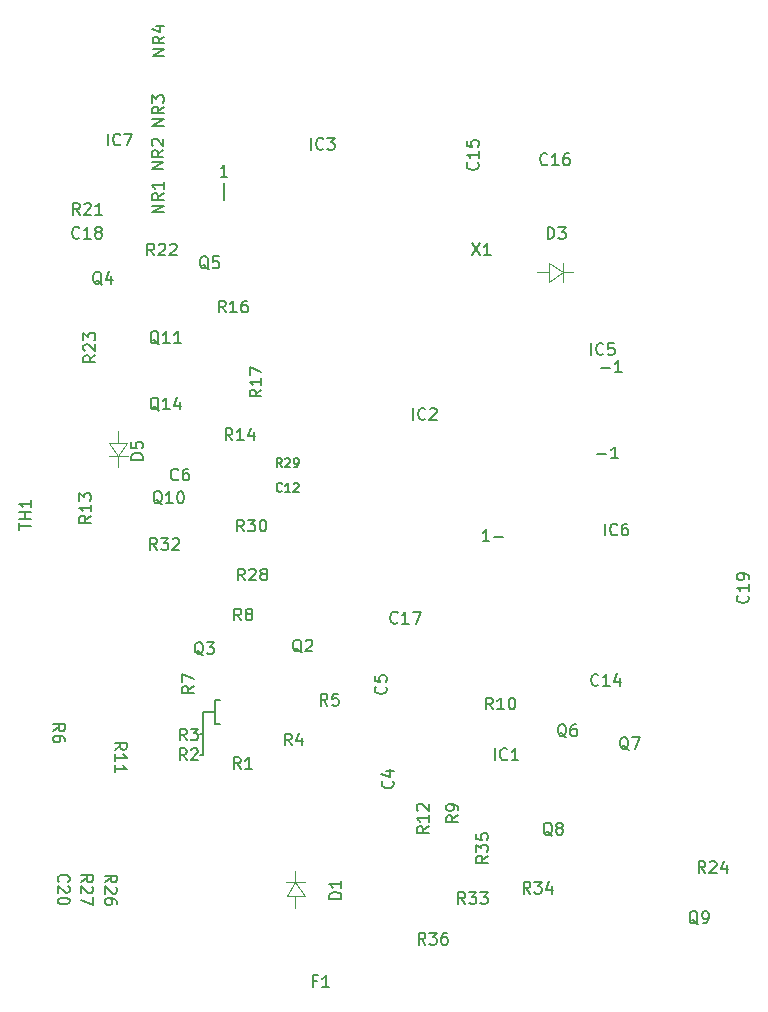
<source format=gbr>
%TF.GenerationSoftware,KiCad,Pcbnew,(6.0.2)*%
%TF.CreationDate,2022-09-25T18:27:00-05:00*%
%TF.ProjectId,IF-GBP-02,49462d47-4250-42d3-9032-2e6b69636164,rev?*%
%TF.SameCoordinates,Original*%
%TF.FileFunction,Legend,Top*%
%TF.FilePolarity,Positive*%
%FSLAX46Y46*%
G04 Gerber Fmt 4.6, Leading zero omitted, Abs format (unit mm)*
G04 Created by KiCad (PCBNEW (6.0.2)) date 2022-09-25 18:27:00*
%MOMM*%
%LPD*%
G01*
G04 APERTURE LIST*
%ADD10C,0.150000*%
%ADD11C,0.100000*%
G04 APERTURE END LIST*
D10*
X136868000Y-120514000D02*
X137872000Y-120514000D01*
X136556000Y-124157000D02*
X136864000Y-124157000D01*
X137884000Y-119493000D02*
X138230000Y-119493000D01*
X138230000Y-121511000D02*
X137884000Y-121511000D01*
X136561000Y-122347000D02*
X136869000Y-122347000D01*
X137884000Y-121511000D02*
X137884000Y-119493000D01*
X136864000Y-124157000D02*
X136868000Y-120514000D01*
X161069666Y-106046380D02*
X160498238Y-106046380D01*
X160783952Y-106046380D02*
X160783952Y-105046380D01*
X160688714Y-105189238D01*
X160593476Y-105284476D01*
X160498238Y-105332095D01*
X161498238Y-105665428D02*
X162260142Y-105665428D01*
X170510857Y-91347428D02*
X171272761Y-91347428D01*
X172272761Y-91728380D02*
X171701333Y-91728380D01*
X171987047Y-91728380D02*
X171987047Y-90728380D01*
X171891809Y-90871238D01*
X171796571Y-90966476D01*
X171701333Y-91014095D01*
X138893714Y-75170380D02*
X138322285Y-75170380D01*
X138608000Y-75170380D02*
X138608000Y-74170380D01*
X138512761Y-74313238D01*
X138417523Y-74408476D01*
X138322285Y-74456095D01*
X138608000Y-77113714D02*
X138608000Y-75685142D01*
X170207857Y-98652428D02*
X170969761Y-98652428D01*
X171969761Y-99033380D02*
X171398333Y-99033380D01*
X171684047Y-99033380D02*
X171684047Y-98033380D01*
X171588809Y-98176238D01*
X171493571Y-98271476D01*
X171398333Y-98319095D01*
%TO.C,NR3*%
X133513380Y-70872904D02*
X132513380Y-70872904D01*
X133513380Y-70301476D01*
X132513380Y-70301476D01*
X133513380Y-69253857D02*
X133037190Y-69587190D01*
X133513380Y-69825285D02*
X132513380Y-69825285D01*
X132513380Y-69444333D01*
X132561000Y-69349095D01*
X132608619Y-69301476D01*
X132703857Y-69253857D01*
X132846714Y-69253857D01*
X132941952Y-69301476D01*
X132989571Y-69349095D01*
X133037190Y-69444333D01*
X133037190Y-69825285D01*
X132513380Y-68920523D02*
X132513380Y-68301476D01*
X132894333Y-68634809D01*
X132894333Y-68491952D01*
X132941952Y-68396714D01*
X132989571Y-68349095D01*
X133084809Y-68301476D01*
X133322904Y-68301476D01*
X133418142Y-68349095D01*
X133465761Y-68396714D01*
X133513380Y-68491952D01*
X133513380Y-68777666D01*
X133465761Y-68872904D01*
X133418142Y-68920523D01*
%TO.C,R8*%
X140066333Y-112753380D02*
X139733000Y-112277190D01*
X139494904Y-112753380D02*
X139494904Y-111753380D01*
X139875857Y-111753380D01*
X139971095Y-111801000D01*
X140018714Y-111848619D01*
X140066333Y-111943857D01*
X140066333Y-112086714D01*
X140018714Y-112181952D01*
X139971095Y-112229571D01*
X139875857Y-112277190D01*
X139494904Y-112277190D01*
X140637761Y-112181952D02*
X140542523Y-112134333D01*
X140494904Y-112086714D01*
X140447285Y-111991476D01*
X140447285Y-111943857D01*
X140494904Y-111848619D01*
X140542523Y-111801000D01*
X140637761Y-111753380D01*
X140828238Y-111753380D01*
X140923476Y-111801000D01*
X140971095Y-111848619D01*
X141018714Y-111943857D01*
X141018714Y-111991476D01*
X140971095Y-112086714D01*
X140923476Y-112134333D01*
X140828238Y-112181952D01*
X140637761Y-112181952D01*
X140542523Y-112229571D01*
X140494904Y-112277190D01*
X140447285Y-112372428D01*
X140447285Y-112562904D01*
X140494904Y-112658142D01*
X140542523Y-112705761D01*
X140637761Y-112753380D01*
X140828238Y-112753380D01*
X140923476Y-112705761D01*
X140971095Y-112658142D01*
X141018714Y-112562904D01*
X141018714Y-112372428D01*
X140971095Y-112277190D01*
X140923476Y-112229571D01*
X140828238Y-112181952D01*
%TO.C,X1*%
X159606476Y-80834380D02*
X160273142Y-81834380D01*
X160273142Y-80834380D02*
X159606476Y-81834380D01*
X161177904Y-81834380D02*
X160606476Y-81834380D01*
X160892190Y-81834380D02*
X160892190Y-80834380D01*
X160796952Y-80977238D01*
X160701714Y-81072476D01*
X160606476Y-81120095D01*
%TO.C,R14*%
X139314142Y-97498380D02*
X138980809Y-97022190D01*
X138742714Y-97498380D02*
X138742714Y-96498380D01*
X139123666Y-96498380D01*
X139218904Y-96546000D01*
X139266523Y-96593619D01*
X139314142Y-96688857D01*
X139314142Y-96831714D01*
X139266523Y-96926952D01*
X139218904Y-96974571D01*
X139123666Y-97022190D01*
X138742714Y-97022190D01*
X140266523Y-97498380D02*
X139695095Y-97498380D01*
X139980809Y-97498380D02*
X139980809Y-96498380D01*
X139885571Y-96641238D01*
X139790333Y-96736476D01*
X139695095Y-96784095D01*
X141123666Y-96831714D02*
X141123666Y-97498380D01*
X140885571Y-96450761D02*
X140647476Y-97165047D01*
X141266523Y-97165047D01*
%TO.C,C16*%
X165986142Y-74101142D02*
X165938523Y-74148761D01*
X165795666Y-74196380D01*
X165700428Y-74196380D01*
X165557571Y-74148761D01*
X165462333Y-74053523D01*
X165414714Y-73958285D01*
X165367095Y-73767809D01*
X165367095Y-73624952D01*
X165414714Y-73434476D01*
X165462333Y-73339238D01*
X165557571Y-73244000D01*
X165700428Y-73196380D01*
X165795666Y-73196380D01*
X165938523Y-73244000D01*
X165986142Y-73291619D01*
X166938523Y-74196380D02*
X166367095Y-74196380D01*
X166652809Y-74196380D02*
X166652809Y-73196380D01*
X166557571Y-73339238D01*
X166462333Y-73434476D01*
X166367095Y-73482095D01*
X167795666Y-73196380D02*
X167605190Y-73196380D01*
X167509952Y-73244000D01*
X167462333Y-73291619D01*
X167367095Y-73434476D01*
X167319476Y-73624952D01*
X167319476Y-74005904D01*
X167367095Y-74101142D01*
X167414714Y-74148761D01*
X167509952Y-74196380D01*
X167700428Y-74196380D01*
X167795666Y-74148761D01*
X167843285Y-74101142D01*
X167890904Y-74005904D01*
X167890904Y-73767809D01*
X167843285Y-73672571D01*
X167795666Y-73624952D01*
X167700428Y-73577333D01*
X167509952Y-73577333D01*
X167414714Y-73624952D01*
X167367095Y-73672571D01*
X167319476Y-73767809D01*
%TO.C,R17*%
X141778380Y-93217857D02*
X141302190Y-93551190D01*
X141778380Y-93789285D02*
X140778380Y-93789285D01*
X140778380Y-93408333D01*
X140826000Y-93313095D01*
X140873619Y-93265476D01*
X140968857Y-93217857D01*
X141111714Y-93217857D01*
X141206952Y-93265476D01*
X141254571Y-93313095D01*
X141302190Y-93408333D01*
X141302190Y-93789285D01*
X141778380Y-92265476D02*
X141778380Y-92836904D01*
X141778380Y-92551190D02*
X140778380Y-92551190D01*
X140921238Y-92646428D01*
X141016476Y-92741666D01*
X141064095Y-92836904D01*
X140778380Y-91932142D02*
X140778380Y-91265476D01*
X141778380Y-91694047D01*
%TO.C,NR1*%
X133495380Y-78204904D02*
X132495380Y-78204904D01*
X133495380Y-77633476D01*
X132495380Y-77633476D01*
X133495380Y-76585857D02*
X133019190Y-76919190D01*
X133495380Y-77157285D02*
X132495380Y-77157285D01*
X132495380Y-76776333D01*
X132543000Y-76681095D01*
X132590619Y-76633476D01*
X132685857Y-76585857D01*
X132828714Y-76585857D01*
X132923952Y-76633476D01*
X132971571Y-76681095D01*
X133019190Y-76776333D01*
X133019190Y-77157285D01*
X133495380Y-75633476D02*
X133495380Y-76204904D01*
X133495380Y-75919190D02*
X132495380Y-75919190D01*
X132638238Y-76014428D01*
X132733476Y-76109666D01*
X132781095Y-76204904D01*
%TO.C,R24*%
X179359142Y-134143380D02*
X179025809Y-133667190D01*
X178787714Y-134143380D02*
X178787714Y-133143380D01*
X179168666Y-133143380D01*
X179263904Y-133191000D01*
X179311523Y-133238619D01*
X179359142Y-133333857D01*
X179359142Y-133476714D01*
X179311523Y-133571952D01*
X179263904Y-133619571D01*
X179168666Y-133667190D01*
X178787714Y-133667190D01*
X179740095Y-133238619D02*
X179787714Y-133191000D01*
X179882952Y-133143380D01*
X180121047Y-133143380D01*
X180216285Y-133191000D01*
X180263904Y-133238619D01*
X180311523Y-133333857D01*
X180311523Y-133429095D01*
X180263904Y-133571952D01*
X179692476Y-134143380D01*
X180311523Y-134143380D01*
X181168666Y-133476714D02*
X181168666Y-134143380D01*
X180930571Y-133095761D02*
X180692476Y-133810047D01*
X181311523Y-133810047D01*
%TO.C,C5*%
X152286142Y-118346666D02*
X152333761Y-118394285D01*
X152381380Y-118537142D01*
X152381380Y-118632380D01*
X152333761Y-118775238D01*
X152238523Y-118870476D01*
X152143285Y-118918095D01*
X151952809Y-118965714D01*
X151809952Y-118965714D01*
X151619476Y-118918095D01*
X151524238Y-118870476D01*
X151429000Y-118775238D01*
X151381380Y-118632380D01*
X151381380Y-118537142D01*
X151429000Y-118394285D01*
X151476619Y-118346666D01*
X151381380Y-117441904D02*
X151381380Y-117918095D01*
X151857571Y-117965714D01*
X151809952Y-117918095D01*
X151762333Y-117822857D01*
X151762333Y-117584761D01*
X151809952Y-117489523D01*
X151857571Y-117441904D01*
X151952809Y-117394285D01*
X152190904Y-117394285D01*
X152286142Y-117441904D01*
X152333761Y-117489523D01*
X152381380Y-117584761D01*
X152381380Y-117822857D01*
X152333761Y-117918095D01*
X152286142Y-117965714D01*
%TO.C,R10*%
X161374142Y-120290380D02*
X161040809Y-119814190D01*
X160802714Y-120290380D02*
X160802714Y-119290380D01*
X161183666Y-119290380D01*
X161278904Y-119338000D01*
X161326523Y-119385619D01*
X161374142Y-119480857D01*
X161374142Y-119623714D01*
X161326523Y-119718952D01*
X161278904Y-119766571D01*
X161183666Y-119814190D01*
X160802714Y-119814190D01*
X162326523Y-120290380D02*
X161755095Y-120290380D01*
X162040809Y-120290380D02*
X162040809Y-119290380D01*
X161945571Y-119433238D01*
X161850333Y-119528476D01*
X161755095Y-119576095D01*
X162945571Y-119290380D02*
X163040809Y-119290380D01*
X163136047Y-119338000D01*
X163183666Y-119385619D01*
X163231285Y-119480857D01*
X163278904Y-119671333D01*
X163278904Y-119909428D01*
X163231285Y-120099904D01*
X163183666Y-120195142D01*
X163136047Y-120242761D01*
X163040809Y-120290380D01*
X162945571Y-120290380D01*
X162850333Y-120242761D01*
X162802714Y-120195142D01*
X162755095Y-120099904D01*
X162707476Y-119909428D01*
X162707476Y-119671333D01*
X162755095Y-119480857D01*
X162802714Y-119385619D01*
X162850333Y-119338000D01*
X162945571Y-119290380D01*
%TO.C,IC5*%
X169675809Y-90277380D02*
X169675809Y-89277380D01*
X170723428Y-90182142D02*
X170675809Y-90229761D01*
X170532952Y-90277380D01*
X170437714Y-90277380D01*
X170294857Y-90229761D01*
X170199619Y-90134523D01*
X170152000Y-90039285D01*
X170104380Y-89848809D01*
X170104380Y-89705952D01*
X170152000Y-89515476D01*
X170199619Y-89420238D01*
X170294857Y-89325000D01*
X170437714Y-89277380D01*
X170532952Y-89277380D01*
X170675809Y-89325000D01*
X170723428Y-89372619D01*
X171628190Y-89277380D02*
X171152000Y-89277380D01*
X171104380Y-89753571D01*
X171152000Y-89705952D01*
X171247238Y-89658333D01*
X171485333Y-89658333D01*
X171580571Y-89705952D01*
X171628190Y-89753571D01*
X171675809Y-89848809D01*
X171675809Y-90086904D01*
X171628190Y-90182142D01*
X171580571Y-90229761D01*
X171485333Y-90277380D01*
X171247238Y-90277380D01*
X171152000Y-90229761D01*
X171104380Y-90182142D01*
%TO.C,R13*%
X127352380Y-103900857D02*
X126876190Y-104234190D01*
X127352380Y-104472285D02*
X126352380Y-104472285D01*
X126352380Y-104091333D01*
X126400000Y-103996095D01*
X126447619Y-103948476D01*
X126542857Y-103900857D01*
X126685714Y-103900857D01*
X126780952Y-103948476D01*
X126828571Y-103996095D01*
X126876190Y-104091333D01*
X126876190Y-104472285D01*
X127352380Y-102948476D02*
X127352380Y-103519904D01*
X127352380Y-103234190D02*
X126352380Y-103234190D01*
X126495238Y-103329428D01*
X126590476Y-103424666D01*
X126638095Y-103519904D01*
X126352380Y-102615142D02*
X126352380Y-101996095D01*
X126733333Y-102329428D01*
X126733333Y-102186571D01*
X126780952Y-102091333D01*
X126828571Y-102043714D01*
X126923809Y-101996095D01*
X127161904Y-101996095D01*
X127257142Y-102043714D01*
X127304761Y-102091333D01*
X127352380Y-102186571D01*
X127352380Y-102472285D01*
X127304761Y-102567523D01*
X127257142Y-102615142D01*
%TO.C,R9*%
X158431380Y-129262666D02*
X157955190Y-129596000D01*
X158431380Y-129834095D02*
X157431380Y-129834095D01*
X157431380Y-129453142D01*
X157479000Y-129357904D01*
X157526619Y-129310285D01*
X157621857Y-129262666D01*
X157764714Y-129262666D01*
X157859952Y-129310285D01*
X157907571Y-129357904D01*
X157955190Y-129453142D01*
X157955190Y-129834095D01*
X158431380Y-128786476D02*
X158431380Y-128596000D01*
X158383761Y-128500761D01*
X158336142Y-128453142D01*
X158193285Y-128357904D01*
X158002809Y-128310285D01*
X157621857Y-128310285D01*
X157526619Y-128357904D01*
X157479000Y-128405523D01*
X157431380Y-128500761D01*
X157431380Y-128691238D01*
X157479000Y-128786476D01*
X157526619Y-128834095D01*
X157621857Y-128881714D01*
X157859952Y-128881714D01*
X157955190Y-128834095D01*
X158002809Y-128786476D01*
X158050428Y-128691238D01*
X158050428Y-128500761D01*
X158002809Y-128405523D01*
X157955190Y-128357904D01*
X157859952Y-128310285D01*
%TO.C,C19*%
X182939142Y-110643857D02*
X182986761Y-110691476D01*
X183034380Y-110834333D01*
X183034380Y-110929571D01*
X182986761Y-111072428D01*
X182891523Y-111167666D01*
X182796285Y-111215285D01*
X182605809Y-111262904D01*
X182462952Y-111262904D01*
X182272476Y-111215285D01*
X182177238Y-111167666D01*
X182082000Y-111072428D01*
X182034380Y-110929571D01*
X182034380Y-110834333D01*
X182082000Y-110691476D01*
X182129619Y-110643857D01*
X183034380Y-109691476D02*
X183034380Y-110262904D01*
X183034380Y-109977190D02*
X182034380Y-109977190D01*
X182177238Y-110072428D01*
X182272476Y-110167666D01*
X182320095Y-110262904D01*
X183034380Y-109215285D02*
X183034380Y-109024809D01*
X182986761Y-108929571D01*
X182939142Y-108881952D01*
X182796285Y-108786714D01*
X182605809Y-108739095D01*
X182224857Y-108739095D01*
X182129619Y-108786714D01*
X182082000Y-108834333D01*
X182034380Y-108929571D01*
X182034380Y-109120047D01*
X182082000Y-109215285D01*
X182129619Y-109262904D01*
X182224857Y-109310523D01*
X182462952Y-109310523D01*
X182558190Y-109262904D01*
X182605809Y-109215285D01*
X182653428Y-109120047D01*
X182653428Y-108929571D01*
X182605809Y-108834333D01*
X182558190Y-108786714D01*
X182462952Y-108739095D01*
%TO.C,R3*%
X135453333Y-122916380D02*
X135120000Y-122440190D01*
X134881904Y-122916380D02*
X134881904Y-121916380D01*
X135262857Y-121916380D01*
X135358095Y-121964000D01*
X135405714Y-122011619D01*
X135453333Y-122106857D01*
X135453333Y-122249714D01*
X135405714Y-122344952D01*
X135358095Y-122392571D01*
X135262857Y-122440190D01*
X134881904Y-122440190D01*
X135786666Y-121916380D02*
X136405714Y-121916380D01*
X136072380Y-122297333D01*
X136215238Y-122297333D01*
X136310476Y-122344952D01*
X136358095Y-122392571D01*
X136405714Y-122487809D01*
X136405714Y-122725904D01*
X136358095Y-122821142D01*
X136310476Y-122868761D01*
X136215238Y-122916380D01*
X135929523Y-122916380D01*
X135834285Y-122868761D01*
X135786666Y-122821142D01*
%TO.C,R6*%
X124145619Y-122133333D02*
X124621809Y-121800000D01*
X124145619Y-121561904D02*
X125145619Y-121561904D01*
X125145619Y-121942857D01*
X125098000Y-122038095D01*
X125050380Y-122085714D01*
X124955142Y-122133333D01*
X124812285Y-122133333D01*
X124717047Y-122085714D01*
X124669428Y-122038095D01*
X124621809Y-121942857D01*
X124621809Y-121561904D01*
X125145619Y-122990476D02*
X125145619Y-122800000D01*
X125098000Y-122704761D01*
X125050380Y-122657142D01*
X124907523Y-122561904D01*
X124717047Y-122514285D01*
X124336095Y-122514285D01*
X124240857Y-122561904D01*
X124193238Y-122609523D01*
X124145619Y-122704761D01*
X124145619Y-122895238D01*
X124193238Y-122990476D01*
X124240857Y-123038095D01*
X124336095Y-123085714D01*
X124574190Y-123085714D01*
X124669428Y-123038095D01*
X124717047Y-122990476D01*
X124764666Y-122895238D01*
X124764666Y-122704761D01*
X124717047Y-122609523D01*
X124669428Y-122561904D01*
X124574190Y-122514285D01*
%TO.C,D3*%
X166014904Y-80448380D02*
X166014904Y-79448380D01*
X166253000Y-79448380D01*
X166395857Y-79496000D01*
X166491095Y-79591238D01*
X166538714Y-79686476D01*
X166586333Y-79876952D01*
X166586333Y-80019809D01*
X166538714Y-80210285D01*
X166491095Y-80305523D01*
X166395857Y-80400761D01*
X166253000Y-80448380D01*
X166014904Y-80448380D01*
X166919666Y-79448380D02*
X167538714Y-79448380D01*
X167205380Y-79829333D01*
X167348238Y-79829333D01*
X167443476Y-79876952D01*
X167491095Y-79924571D01*
X167538714Y-80019809D01*
X167538714Y-80257904D01*
X167491095Y-80353142D01*
X167443476Y-80400761D01*
X167348238Y-80448380D01*
X167062523Y-80448380D01*
X166967285Y-80400761D01*
X166919666Y-80353142D01*
%TO.C,R5*%
X147370333Y-119964380D02*
X147037000Y-119488190D01*
X146798904Y-119964380D02*
X146798904Y-118964380D01*
X147179857Y-118964380D01*
X147275095Y-119012000D01*
X147322714Y-119059619D01*
X147370333Y-119154857D01*
X147370333Y-119297714D01*
X147322714Y-119392952D01*
X147275095Y-119440571D01*
X147179857Y-119488190D01*
X146798904Y-119488190D01*
X148275095Y-118964380D02*
X147798904Y-118964380D01*
X147751285Y-119440571D01*
X147798904Y-119392952D01*
X147894142Y-119345333D01*
X148132238Y-119345333D01*
X148227476Y-119392952D01*
X148275095Y-119440571D01*
X148322714Y-119535809D01*
X148322714Y-119773904D01*
X148275095Y-119869142D01*
X148227476Y-119916761D01*
X148132238Y-119964380D01*
X147894142Y-119964380D01*
X147798904Y-119916761D01*
X147751285Y-119869142D01*
%TO.C,IC1*%
X161540809Y-124579380D02*
X161540809Y-123579380D01*
X162588428Y-124484142D02*
X162540809Y-124531761D01*
X162397952Y-124579380D01*
X162302714Y-124579380D01*
X162159857Y-124531761D01*
X162064619Y-124436523D01*
X162017000Y-124341285D01*
X161969380Y-124150809D01*
X161969380Y-124007952D01*
X162017000Y-123817476D01*
X162064619Y-123722238D01*
X162159857Y-123627000D01*
X162302714Y-123579380D01*
X162397952Y-123579380D01*
X162540809Y-123627000D01*
X162588428Y-123674619D01*
X163540809Y-124579380D02*
X162969380Y-124579380D01*
X163255095Y-124579380D02*
X163255095Y-123579380D01*
X163159857Y-123722238D01*
X163064619Y-123817476D01*
X162969380Y-123865095D01*
%TO.C,C14*%
X170304142Y-118192142D02*
X170256523Y-118239761D01*
X170113666Y-118287380D01*
X170018428Y-118287380D01*
X169875571Y-118239761D01*
X169780333Y-118144523D01*
X169732714Y-118049285D01*
X169685095Y-117858809D01*
X169685095Y-117715952D01*
X169732714Y-117525476D01*
X169780333Y-117430238D01*
X169875571Y-117335000D01*
X170018428Y-117287380D01*
X170113666Y-117287380D01*
X170256523Y-117335000D01*
X170304142Y-117382619D01*
X171256523Y-118287380D02*
X170685095Y-118287380D01*
X170970809Y-118287380D02*
X170970809Y-117287380D01*
X170875571Y-117430238D01*
X170780333Y-117525476D01*
X170685095Y-117573095D01*
X172113666Y-117620714D02*
X172113666Y-118287380D01*
X171875571Y-117239761D02*
X171637476Y-117954047D01*
X172256523Y-117954047D01*
%TO.C,R32*%
X132927142Y-106777380D02*
X132593809Y-106301190D01*
X132355714Y-106777380D02*
X132355714Y-105777380D01*
X132736666Y-105777380D01*
X132831904Y-105825000D01*
X132879523Y-105872619D01*
X132927142Y-105967857D01*
X132927142Y-106110714D01*
X132879523Y-106205952D01*
X132831904Y-106253571D01*
X132736666Y-106301190D01*
X132355714Y-106301190D01*
X133260476Y-105777380D02*
X133879523Y-105777380D01*
X133546190Y-106158333D01*
X133689047Y-106158333D01*
X133784285Y-106205952D01*
X133831904Y-106253571D01*
X133879523Y-106348809D01*
X133879523Y-106586904D01*
X133831904Y-106682142D01*
X133784285Y-106729761D01*
X133689047Y-106777380D01*
X133403333Y-106777380D01*
X133308095Y-106729761D01*
X133260476Y-106682142D01*
X134260476Y-105872619D02*
X134308095Y-105825000D01*
X134403333Y-105777380D01*
X134641428Y-105777380D01*
X134736666Y-105825000D01*
X134784285Y-105872619D01*
X134831904Y-105967857D01*
X134831904Y-106063095D01*
X134784285Y-106205952D01*
X134212857Y-106777380D01*
X134831904Y-106777380D01*
%TO.C,Q3*%
X136860761Y-115688619D02*
X136765523Y-115641000D01*
X136670285Y-115545761D01*
X136527428Y-115402904D01*
X136432190Y-115355285D01*
X136336952Y-115355285D01*
X136384571Y-115593380D02*
X136289333Y-115545761D01*
X136194095Y-115450523D01*
X136146476Y-115260047D01*
X136146476Y-114926714D01*
X136194095Y-114736238D01*
X136289333Y-114641000D01*
X136384571Y-114593380D01*
X136575047Y-114593380D01*
X136670285Y-114641000D01*
X136765523Y-114736238D01*
X136813142Y-114926714D01*
X136813142Y-115260047D01*
X136765523Y-115450523D01*
X136670285Y-115545761D01*
X136575047Y-115593380D01*
X136384571Y-115593380D01*
X137146476Y-114593380D02*
X137765523Y-114593380D01*
X137432190Y-114974333D01*
X137575047Y-114974333D01*
X137670285Y-115021952D01*
X137717904Y-115069571D01*
X137765523Y-115164809D01*
X137765523Y-115402904D01*
X137717904Y-115498142D01*
X137670285Y-115545761D01*
X137575047Y-115593380D01*
X137289333Y-115593380D01*
X137194095Y-115545761D01*
X137146476Y-115498142D01*
%TO.C,C17*%
X153305142Y-112922142D02*
X153257523Y-112969761D01*
X153114666Y-113017380D01*
X153019428Y-113017380D01*
X152876571Y-112969761D01*
X152781333Y-112874523D01*
X152733714Y-112779285D01*
X152686095Y-112588809D01*
X152686095Y-112445952D01*
X152733714Y-112255476D01*
X152781333Y-112160238D01*
X152876571Y-112065000D01*
X153019428Y-112017380D01*
X153114666Y-112017380D01*
X153257523Y-112065000D01*
X153305142Y-112112619D01*
X154257523Y-113017380D02*
X153686095Y-113017380D01*
X153971809Y-113017380D02*
X153971809Y-112017380D01*
X153876571Y-112160238D01*
X153781333Y-112255476D01*
X153686095Y-112303095D01*
X154590857Y-112017380D02*
X155257523Y-112017380D01*
X154828952Y-113017380D01*
%TO.C,R30*%
X140299142Y-105216380D02*
X139965809Y-104740190D01*
X139727714Y-105216380D02*
X139727714Y-104216380D01*
X140108666Y-104216380D01*
X140203904Y-104264000D01*
X140251523Y-104311619D01*
X140299142Y-104406857D01*
X140299142Y-104549714D01*
X140251523Y-104644952D01*
X140203904Y-104692571D01*
X140108666Y-104740190D01*
X139727714Y-104740190D01*
X140632476Y-104216380D02*
X141251523Y-104216380D01*
X140918190Y-104597333D01*
X141061047Y-104597333D01*
X141156285Y-104644952D01*
X141203904Y-104692571D01*
X141251523Y-104787809D01*
X141251523Y-105025904D01*
X141203904Y-105121142D01*
X141156285Y-105168761D01*
X141061047Y-105216380D01*
X140775333Y-105216380D01*
X140680095Y-105168761D01*
X140632476Y-105121142D01*
X141870571Y-104216380D02*
X141965809Y-104216380D01*
X142061047Y-104264000D01*
X142108666Y-104311619D01*
X142156285Y-104406857D01*
X142203904Y-104597333D01*
X142203904Y-104835428D01*
X142156285Y-105025904D01*
X142108666Y-105121142D01*
X142061047Y-105168761D01*
X141965809Y-105216380D01*
X141870571Y-105216380D01*
X141775333Y-105168761D01*
X141727714Y-105121142D01*
X141680095Y-105025904D01*
X141632476Y-104835428D01*
X141632476Y-104597333D01*
X141680095Y-104406857D01*
X141727714Y-104311619D01*
X141775333Y-104264000D01*
X141870571Y-104216380D01*
%TO.C,R34*%
X164550142Y-135876380D02*
X164216809Y-135400190D01*
X163978714Y-135876380D02*
X163978714Y-134876380D01*
X164359666Y-134876380D01*
X164454904Y-134924000D01*
X164502523Y-134971619D01*
X164550142Y-135066857D01*
X164550142Y-135209714D01*
X164502523Y-135304952D01*
X164454904Y-135352571D01*
X164359666Y-135400190D01*
X163978714Y-135400190D01*
X164883476Y-134876380D02*
X165502523Y-134876380D01*
X165169190Y-135257333D01*
X165312047Y-135257333D01*
X165407285Y-135304952D01*
X165454904Y-135352571D01*
X165502523Y-135447809D01*
X165502523Y-135685904D01*
X165454904Y-135781142D01*
X165407285Y-135828761D01*
X165312047Y-135876380D01*
X165026333Y-135876380D01*
X164931095Y-135828761D01*
X164883476Y-135781142D01*
X166359666Y-135209714D02*
X166359666Y-135876380D01*
X166121571Y-134828761D02*
X165883476Y-135543047D01*
X166502523Y-135543047D01*
%TO.C,R26*%
X128538619Y-134931142D02*
X129014809Y-134597809D01*
X128538619Y-134359714D02*
X129538619Y-134359714D01*
X129538619Y-134740666D01*
X129491000Y-134835904D01*
X129443380Y-134883523D01*
X129348142Y-134931142D01*
X129205285Y-134931142D01*
X129110047Y-134883523D01*
X129062428Y-134835904D01*
X129014809Y-134740666D01*
X129014809Y-134359714D01*
X129443380Y-135312095D02*
X129491000Y-135359714D01*
X129538619Y-135454952D01*
X129538619Y-135693047D01*
X129491000Y-135788285D01*
X129443380Y-135835904D01*
X129348142Y-135883523D01*
X129252904Y-135883523D01*
X129110047Y-135835904D01*
X128538619Y-135264476D01*
X128538619Y-135883523D01*
X129538619Y-136740666D02*
X129538619Y-136550190D01*
X129491000Y-136454952D01*
X129443380Y-136407333D01*
X129300523Y-136312095D01*
X129110047Y-136264476D01*
X128729095Y-136264476D01*
X128633857Y-136312095D01*
X128586238Y-136359714D01*
X128538619Y-136454952D01*
X128538619Y-136645428D01*
X128586238Y-136740666D01*
X128633857Y-136788285D01*
X128729095Y-136835904D01*
X128967190Y-136835904D01*
X129062428Y-136788285D01*
X129110047Y-136740666D01*
X129157666Y-136645428D01*
X129157666Y-136454952D01*
X129110047Y-136359714D01*
X129062428Y-136312095D01*
X128967190Y-136264476D01*
%TO.C,IC3*%
X145969809Y-72897380D02*
X145969809Y-71897380D01*
X147017428Y-72802142D02*
X146969809Y-72849761D01*
X146826952Y-72897380D01*
X146731714Y-72897380D01*
X146588857Y-72849761D01*
X146493619Y-72754523D01*
X146446000Y-72659285D01*
X146398380Y-72468809D01*
X146398380Y-72325952D01*
X146446000Y-72135476D01*
X146493619Y-72040238D01*
X146588857Y-71945000D01*
X146731714Y-71897380D01*
X146826952Y-71897380D01*
X146969809Y-71945000D01*
X147017428Y-71992619D01*
X147350761Y-71897380D02*
X147969809Y-71897380D01*
X147636476Y-72278333D01*
X147779333Y-72278333D01*
X147874571Y-72325952D01*
X147922190Y-72373571D01*
X147969809Y-72468809D01*
X147969809Y-72706904D01*
X147922190Y-72802142D01*
X147874571Y-72849761D01*
X147779333Y-72897380D01*
X147493619Y-72897380D01*
X147398380Y-72849761D01*
X147350761Y-72802142D01*
%TO.C,Q6*%
X167606761Y-122637619D02*
X167511523Y-122590000D01*
X167416285Y-122494761D01*
X167273428Y-122351904D01*
X167178190Y-122304285D01*
X167082952Y-122304285D01*
X167130571Y-122542380D02*
X167035333Y-122494761D01*
X166940095Y-122399523D01*
X166892476Y-122209047D01*
X166892476Y-121875714D01*
X166940095Y-121685238D01*
X167035333Y-121590000D01*
X167130571Y-121542380D01*
X167321047Y-121542380D01*
X167416285Y-121590000D01*
X167511523Y-121685238D01*
X167559142Y-121875714D01*
X167559142Y-122209047D01*
X167511523Y-122399523D01*
X167416285Y-122494761D01*
X167321047Y-122542380D01*
X167130571Y-122542380D01*
X168416285Y-121542380D02*
X168225809Y-121542380D01*
X168130571Y-121590000D01*
X168082952Y-121637619D01*
X167987714Y-121780476D01*
X167940095Y-121970952D01*
X167940095Y-122351904D01*
X167987714Y-122447142D01*
X168035333Y-122494761D01*
X168130571Y-122542380D01*
X168321047Y-122542380D01*
X168416285Y-122494761D01*
X168463904Y-122447142D01*
X168511523Y-122351904D01*
X168511523Y-122113809D01*
X168463904Y-122018571D01*
X168416285Y-121970952D01*
X168321047Y-121923333D01*
X168130571Y-121923333D01*
X168035333Y-121970952D01*
X167987714Y-122018571D01*
X167940095Y-122113809D01*
%TO.C,C12*%
X143519857Y-101792857D02*
X143484142Y-101828571D01*
X143377000Y-101864285D01*
X143305571Y-101864285D01*
X143198428Y-101828571D01*
X143127000Y-101757142D01*
X143091285Y-101685714D01*
X143055571Y-101542857D01*
X143055571Y-101435714D01*
X143091285Y-101292857D01*
X143127000Y-101221428D01*
X143198428Y-101150000D01*
X143305571Y-101114285D01*
X143377000Y-101114285D01*
X143484142Y-101150000D01*
X143519857Y-101185714D01*
X144234142Y-101864285D02*
X143805571Y-101864285D01*
X144019857Y-101864285D02*
X144019857Y-101114285D01*
X143948428Y-101221428D01*
X143877000Y-101292857D01*
X143805571Y-101328571D01*
X144519857Y-101185714D02*
X144555571Y-101150000D01*
X144627000Y-101114285D01*
X144805571Y-101114285D01*
X144877000Y-101150000D01*
X144912714Y-101185714D01*
X144948428Y-101257142D01*
X144948428Y-101328571D01*
X144912714Y-101435714D01*
X144484142Y-101864285D01*
X144948428Y-101864285D01*
%TO.C,R7*%
X136032380Y-118307666D02*
X135556190Y-118641000D01*
X136032380Y-118879095D02*
X135032380Y-118879095D01*
X135032380Y-118498142D01*
X135080000Y-118402904D01*
X135127619Y-118355285D01*
X135222857Y-118307666D01*
X135365714Y-118307666D01*
X135460952Y-118355285D01*
X135508571Y-118402904D01*
X135556190Y-118498142D01*
X135556190Y-118879095D01*
X135032380Y-117974333D02*
X135032380Y-117307666D01*
X136032380Y-117736238D01*
%TO.C,Q4*%
X128266761Y-84339619D02*
X128171523Y-84292000D01*
X128076285Y-84196761D01*
X127933428Y-84053904D01*
X127838190Y-84006285D01*
X127742952Y-84006285D01*
X127790571Y-84244380D02*
X127695333Y-84196761D01*
X127600095Y-84101523D01*
X127552476Y-83911047D01*
X127552476Y-83577714D01*
X127600095Y-83387238D01*
X127695333Y-83292000D01*
X127790571Y-83244380D01*
X127981047Y-83244380D01*
X128076285Y-83292000D01*
X128171523Y-83387238D01*
X128219142Y-83577714D01*
X128219142Y-83911047D01*
X128171523Y-84101523D01*
X128076285Y-84196761D01*
X127981047Y-84244380D01*
X127790571Y-84244380D01*
X129076285Y-83577714D02*
X129076285Y-84244380D01*
X128838190Y-83196761D02*
X128600095Y-83911047D01*
X129219142Y-83911047D01*
%TO.C,R36*%
X155669142Y-140200380D02*
X155335809Y-139724190D01*
X155097714Y-140200380D02*
X155097714Y-139200380D01*
X155478666Y-139200380D01*
X155573904Y-139248000D01*
X155621523Y-139295619D01*
X155669142Y-139390857D01*
X155669142Y-139533714D01*
X155621523Y-139628952D01*
X155573904Y-139676571D01*
X155478666Y-139724190D01*
X155097714Y-139724190D01*
X156002476Y-139200380D02*
X156621523Y-139200380D01*
X156288190Y-139581333D01*
X156431047Y-139581333D01*
X156526285Y-139628952D01*
X156573904Y-139676571D01*
X156621523Y-139771809D01*
X156621523Y-140009904D01*
X156573904Y-140105142D01*
X156526285Y-140152761D01*
X156431047Y-140200380D01*
X156145333Y-140200380D01*
X156050095Y-140152761D01*
X156002476Y-140105142D01*
X157478666Y-139200380D02*
X157288190Y-139200380D01*
X157192952Y-139248000D01*
X157145333Y-139295619D01*
X157050095Y-139438476D01*
X157002476Y-139628952D01*
X157002476Y-140009904D01*
X157050095Y-140105142D01*
X157097714Y-140152761D01*
X157192952Y-140200380D01*
X157383428Y-140200380D01*
X157478666Y-140152761D01*
X157526285Y-140105142D01*
X157573904Y-140009904D01*
X157573904Y-139771809D01*
X157526285Y-139676571D01*
X157478666Y-139628952D01*
X157383428Y-139581333D01*
X157192952Y-139581333D01*
X157097714Y-139628952D01*
X157050095Y-139676571D01*
X157002476Y-139771809D01*
%TO.C,Q9*%
X178743761Y-138482619D02*
X178648523Y-138435000D01*
X178553285Y-138339761D01*
X178410428Y-138196904D01*
X178315190Y-138149285D01*
X178219952Y-138149285D01*
X178267571Y-138387380D02*
X178172333Y-138339761D01*
X178077095Y-138244523D01*
X178029476Y-138054047D01*
X178029476Y-137720714D01*
X178077095Y-137530238D01*
X178172333Y-137435000D01*
X178267571Y-137387380D01*
X178458047Y-137387380D01*
X178553285Y-137435000D01*
X178648523Y-137530238D01*
X178696142Y-137720714D01*
X178696142Y-138054047D01*
X178648523Y-138244523D01*
X178553285Y-138339761D01*
X178458047Y-138387380D01*
X178267571Y-138387380D01*
X179172333Y-138387380D02*
X179362809Y-138387380D01*
X179458047Y-138339761D01*
X179505666Y-138292142D01*
X179600904Y-138149285D01*
X179648523Y-137958809D01*
X179648523Y-137577857D01*
X179600904Y-137482619D01*
X179553285Y-137435000D01*
X179458047Y-137387380D01*
X179267571Y-137387380D01*
X179172333Y-137435000D01*
X179124714Y-137482619D01*
X179077095Y-137577857D01*
X179077095Y-137815952D01*
X179124714Y-137911190D01*
X179172333Y-137958809D01*
X179267571Y-138006428D01*
X179458047Y-138006428D01*
X179553285Y-137958809D01*
X179600904Y-137911190D01*
X179648523Y-137815952D01*
%TO.C,Q14*%
X133103571Y-94985619D02*
X133008333Y-94938000D01*
X132913095Y-94842761D01*
X132770238Y-94699904D01*
X132675000Y-94652285D01*
X132579761Y-94652285D01*
X132627380Y-94890380D02*
X132532142Y-94842761D01*
X132436904Y-94747523D01*
X132389285Y-94557047D01*
X132389285Y-94223714D01*
X132436904Y-94033238D01*
X132532142Y-93938000D01*
X132627380Y-93890380D01*
X132817857Y-93890380D01*
X132913095Y-93938000D01*
X133008333Y-94033238D01*
X133055952Y-94223714D01*
X133055952Y-94557047D01*
X133008333Y-94747523D01*
X132913095Y-94842761D01*
X132817857Y-94890380D01*
X132627380Y-94890380D01*
X134008333Y-94890380D02*
X133436904Y-94890380D01*
X133722619Y-94890380D02*
X133722619Y-93890380D01*
X133627380Y-94033238D01*
X133532142Y-94128476D01*
X133436904Y-94176095D01*
X134865476Y-94223714D02*
X134865476Y-94890380D01*
X134627380Y-93842761D02*
X134389285Y-94557047D01*
X135008333Y-94557047D01*
%TO.C,C4*%
X152879142Y-126347666D02*
X152926761Y-126395285D01*
X152974380Y-126538142D01*
X152974380Y-126633380D01*
X152926761Y-126776238D01*
X152831523Y-126871476D01*
X152736285Y-126919095D01*
X152545809Y-126966714D01*
X152402952Y-126966714D01*
X152212476Y-126919095D01*
X152117238Y-126871476D01*
X152022000Y-126776238D01*
X151974380Y-126633380D01*
X151974380Y-126538142D01*
X152022000Y-126395285D01*
X152069619Y-126347666D01*
X152307714Y-125490523D02*
X152974380Y-125490523D01*
X151926761Y-125728619D02*
X152641047Y-125966714D01*
X152641047Y-125347666D01*
%TO.C,Q8*%
X166386761Y-130975619D02*
X166291523Y-130928000D01*
X166196285Y-130832761D01*
X166053428Y-130689904D01*
X165958190Y-130642285D01*
X165862952Y-130642285D01*
X165910571Y-130880380D02*
X165815333Y-130832761D01*
X165720095Y-130737523D01*
X165672476Y-130547047D01*
X165672476Y-130213714D01*
X165720095Y-130023238D01*
X165815333Y-129928000D01*
X165910571Y-129880380D01*
X166101047Y-129880380D01*
X166196285Y-129928000D01*
X166291523Y-130023238D01*
X166339142Y-130213714D01*
X166339142Y-130547047D01*
X166291523Y-130737523D01*
X166196285Y-130832761D01*
X166101047Y-130880380D01*
X165910571Y-130880380D01*
X166910571Y-130308952D02*
X166815333Y-130261333D01*
X166767714Y-130213714D01*
X166720095Y-130118476D01*
X166720095Y-130070857D01*
X166767714Y-129975619D01*
X166815333Y-129928000D01*
X166910571Y-129880380D01*
X167101047Y-129880380D01*
X167196285Y-129928000D01*
X167243904Y-129975619D01*
X167291523Y-130070857D01*
X167291523Y-130118476D01*
X167243904Y-130213714D01*
X167196285Y-130261333D01*
X167101047Y-130308952D01*
X166910571Y-130308952D01*
X166815333Y-130356571D01*
X166767714Y-130404190D01*
X166720095Y-130499428D01*
X166720095Y-130689904D01*
X166767714Y-130785142D01*
X166815333Y-130832761D01*
X166910571Y-130880380D01*
X167101047Y-130880380D01*
X167196285Y-130832761D01*
X167243904Y-130785142D01*
X167291523Y-130689904D01*
X167291523Y-130499428D01*
X167243904Y-130404190D01*
X167196285Y-130356571D01*
X167101047Y-130308952D01*
%TO.C,IC2*%
X154609809Y-95780380D02*
X154609809Y-94780380D01*
X155657428Y-95685142D02*
X155609809Y-95732761D01*
X155466952Y-95780380D01*
X155371714Y-95780380D01*
X155228857Y-95732761D01*
X155133619Y-95637523D01*
X155086000Y-95542285D01*
X155038380Y-95351809D01*
X155038380Y-95208952D01*
X155086000Y-95018476D01*
X155133619Y-94923238D01*
X155228857Y-94828000D01*
X155371714Y-94780380D01*
X155466952Y-94780380D01*
X155609809Y-94828000D01*
X155657428Y-94875619D01*
X156038380Y-94875619D02*
X156086000Y-94828000D01*
X156181238Y-94780380D01*
X156419333Y-94780380D01*
X156514571Y-94828000D01*
X156562190Y-94875619D01*
X156609809Y-94970857D01*
X156609809Y-95066095D01*
X156562190Y-95208952D01*
X155990761Y-95780380D01*
X156609809Y-95780380D01*
%TO.C,R11*%
X129368619Y-123695142D02*
X129844809Y-123361809D01*
X129368619Y-123123714D02*
X130368619Y-123123714D01*
X130368619Y-123504666D01*
X130321000Y-123599904D01*
X130273380Y-123647523D01*
X130178142Y-123695142D01*
X130035285Y-123695142D01*
X129940047Y-123647523D01*
X129892428Y-123599904D01*
X129844809Y-123504666D01*
X129844809Y-123123714D01*
X129368619Y-124647523D02*
X129368619Y-124076095D01*
X129368619Y-124361809D02*
X130368619Y-124361809D01*
X130225761Y-124266571D01*
X130130523Y-124171333D01*
X130082904Y-124076095D01*
X129368619Y-125599904D02*
X129368619Y-125028476D01*
X129368619Y-125314190D02*
X130368619Y-125314190D01*
X130225761Y-125218952D01*
X130130523Y-125123714D01*
X130082904Y-125028476D01*
%TO.C,R21*%
X126390142Y-78416380D02*
X126056809Y-77940190D01*
X125818714Y-78416380D02*
X125818714Y-77416380D01*
X126199666Y-77416380D01*
X126294904Y-77464000D01*
X126342523Y-77511619D01*
X126390142Y-77606857D01*
X126390142Y-77749714D01*
X126342523Y-77844952D01*
X126294904Y-77892571D01*
X126199666Y-77940190D01*
X125818714Y-77940190D01*
X126771095Y-77511619D02*
X126818714Y-77464000D01*
X126913952Y-77416380D01*
X127152047Y-77416380D01*
X127247285Y-77464000D01*
X127294904Y-77511619D01*
X127342523Y-77606857D01*
X127342523Y-77702095D01*
X127294904Y-77844952D01*
X126723476Y-78416380D01*
X127342523Y-78416380D01*
X128294904Y-78416380D02*
X127723476Y-78416380D01*
X128009190Y-78416380D02*
X128009190Y-77416380D01*
X127913952Y-77559238D01*
X127818714Y-77654476D01*
X127723476Y-77702095D01*
%TO.C,R4*%
X144335333Y-123333380D02*
X144002000Y-122857190D01*
X143763904Y-123333380D02*
X143763904Y-122333380D01*
X144144857Y-122333380D01*
X144240095Y-122381000D01*
X144287714Y-122428619D01*
X144335333Y-122523857D01*
X144335333Y-122666714D01*
X144287714Y-122761952D01*
X144240095Y-122809571D01*
X144144857Y-122857190D01*
X143763904Y-122857190D01*
X145192476Y-122666714D02*
X145192476Y-123333380D01*
X144954380Y-122285761D02*
X144716285Y-123000047D01*
X145335333Y-123000047D01*
%TO.C,Q5*%
X137315761Y-83030619D02*
X137220523Y-82983000D01*
X137125285Y-82887761D01*
X136982428Y-82744904D01*
X136887190Y-82697285D01*
X136791952Y-82697285D01*
X136839571Y-82935380D02*
X136744333Y-82887761D01*
X136649095Y-82792523D01*
X136601476Y-82602047D01*
X136601476Y-82268714D01*
X136649095Y-82078238D01*
X136744333Y-81983000D01*
X136839571Y-81935380D01*
X137030047Y-81935380D01*
X137125285Y-81983000D01*
X137220523Y-82078238D01*
X137268142Y-82268714D01*
X137268142Y-82602047D01*
X137220523Y-82792523D01*
X137125285Y-82887761D01*
X137030047Y-82935380D01*
X136839571Y-82935380D01*
X138172904Y-81935380D02*
X137696714Y-81935380D01*
X137649095Y-82411571D01*
X137696714Y-82363952D01*
X137791952Y-82316333D01*
X138030047Y-82316333D01*
X138125285Y-82363952D01*
X138172904Y-82411571D01*
X138220523Y-82506809D01*
X138220523Y-82744904D01*
X138172904Y-82840142D01*
X138125285Y-82887761D01*
X138030047Y-82935380D01*
X137791952Y-82935380D01*
X137696714Y-82887761D01*
X137649095Y-82840142D01*
%TO.C,R12*%
X155926380Y-130183857D02*
X155450190Y-130517190D01*
X155926380Y-130755285D02*
X154926380Y-130755285D01*
X154926380Y-130374333D01*
X154974000Y-130279095D01*
X155021619Y-130231476D01*
X155116857Y-130183857D01*
X155259714Y-130183857D01*
X155354952Y-130231476D01*
X155402571Y-130279095D01*
X155450190Y-130374333D01*
X155450190Y-130755285D01*
X155926380Y-129231476D02*
X155926380Y-129802904D01*
X155926380Y-129517190D02*
X154926380Y-129517190D01*
X155069238Y-129612428D01*
X155164476Y-129707666D01*
X155212095Y-129802904D01*
X155021619Y-128850523D02*
X154974000Y-128802904D01*
X154926380Y-128707666D01*
X154926380Y-128469571D01*
X154974000Y-128374333D01*
X155021619Y-128326714D01*
X155116857Y-128279095D01*
X155212095Y-128279095D01*
X155354952Y-128326714D01*
X155926380Y-128898142D01*
X155926380Y-128279095D01*
%TO.C,R29*%
X143494857Y-99784285D02*
X143244857Y-99427142D01*
X143066285Y-99784285D02*
X143066285Y-99034285D01*
X143352000Y-99034285D01*
X143423428Y-99070000D01*
X143459142Y-99105714D01*
X143494857Y-99177142D01*
X143494857Y-99284285D01*
X143459142Y-99355714D01*
X143423428Y-99391428D01*
X143352000Y-99427142D01*
X143066285Y-99427142D01*
X143780571Y-99105714D02*
X143816285Y-99070000D01*
X143887714Y-99034285D01*
X144066285Y-99034285D01*
X144137714Y-99070000D01*
X144173428Y-99105714D01*
X144209142Y-99177142D01*
X144209142Y-99248571D01*
X144173428Y-99355714D01*
X143744857Y-99784285D01*
X144209142Y-99784285D01*
X144566285Y-99784285D02*
X144709142Y-99784285D01*
X144780571Y-99748571D01*
X144816285Y-99712857D01*
X144887714Y-99605714D01*
X144923428Y-99462857D01*
X144923428Y-99177142D01*
X144887714Y-99105714D01*
X144852000Y-99070000D01*
X144780571Y-99034285D01*
X144637714Y-99034285D01*
X144566285Y-99070000D01*
X144530571Y-99105714D01*
X144494857Y-99177142D01*
X144494857Y-99355714D01*
X144530571Y-99427142D01*
X144566285Y-99462857D01*
X144637714Y-99498571D01*
X144780571Y-99498571D01*
X144852000Y-99462857D01*
X144887714Y-99427142D01*
X144923428Y-99355714D01*
%TO.C,C18*%
X126373142Y-80334142D02*
X126325523Y-80381761D01*
X126182666Y-80429380D01*
X126087428Y-80429380D01*
X125944571Y-80381761D01*
X125849333Y-80286523D01*
X125801714Y-80191285D01*
X125754095Y-80000809D01*
X125754095Y-79857952D01*
X125801714Y-79667476D01*
X125849333Y-79572238D01*
X125944571Y-79477000D01*
X126087428Y-79429380D01*
X126182666Y-79429380D01*
X126325523Y-79477000D01*
X126373142Y-79524619D01*
X127325523Y-80429380D02*
X126754095Y-80429380D01*
X127039809Y-80429380D02*
X127039809Y-79429380D01*
X126944571Y-79572238D01*
X126849333Y-79667476D01*
X126754095Y-79715095D01*
X127896952Y-79857952D02*
X127801714Y-79810333D01*
X127754095Y-79762714D01*
X127706476Y-79667476D01*
X127706476Y-79619857D01*
X127754095Y-79524619D01*
X127801714Y-79477000D01*
X127896952Y-79429380D01*
X128087428Y-79429380D01*
X128182666Y-79477000D01*
X128230285Y-79524619D01*
X128277904Y-79619857D01*
X128277904Y-79667476D01*
X128230285Y-79762714D01*
X128182666Y-79810333D01*
X128087428Y-79857952D01*
X127896952Y-79857952D01*
X127801714Y-79905571D01*
X127754095Y-79953190D01*
X127706476Y-80048428D01*
X127706476Y-80238904D01*
X127754095Y-80334142D01*
X127801714Y-80381761D01*
X127896952Y-80429380D01*
X128087428Y-80429380D01*
X128182666Y-80381761D01*
X128230285Y-80334142D01*
X128277904Y-80238904D01*
X128277904Y-80048428D01*
X128230285Y-79953190D01*
X128182666Y-79905571D01*
X128087428Y-79857952D01*
%TO.C,C20*%
X124632857Y-134881142D02*
X124585238Y-134833523D01*
X124537619Y-134690666D01*
X124537619Y-134595428D01*
X124585238Y-134452571D01*
X124680476Y-134357333D01*
X124775714Y-134309714D01*
X124966190Y-134262095D01*
X125109047Y-134262095D01*
X125299523Y-134309714D01*
X125394761Y-134357333D01*
X125490000Y-134452571D01*
X125537619Y-134595428D01*
X125537619Y-134690666D01*
X125490000Y-134833523D01*
X125442380Y-134881142D01*
X125442380Y-135262095D02*
X125490000Y-135309714D01*
X125537619Y-135404952D01*
X125537619Y-135643047D01*
X125490000Y-135738285D01*
X125442380Y-135785904D01*
X125347142Y-135833523D01*
X125251904Y-135833523D01*
X125109047Y-135785904D01*
X124537619Y-135214476D01*
X124537619Y-135833523D01*
X125537619Y-136452571D02*
X125537619Y-136547809D01*
X125490000Y-136643047D01*
X125442380Y-136690666D01*
X125347142Y-136738285D01*
X125156666Y-136785904D01*
X124918571Y-136785904D01*
X124728095Y-136738285D01*
X124632857Y-136690666D01*
X124585238Y-136643047D01*
X124537619Y-136547809D01*
X124537619Y-136452571D01*
X124585238Y-136357333D01*
X124632857Y-136309714D01*
X124728095Y-136262095D01*
X124918571Y-136214476D01*
X125156666Y-136214476D01*
X125347142Y-136262095D01*
X125442380Y-136309714D01*
X125490000Y-136357333D01*
X125537619Y-136452571D01*
%TO.C,Q2*%
X145186761Y-115465619D02*
X145091523Y-115418000D01*
X144996285Y-115322761D01*
X144853428Y-115179904D01*
X144758190Y-115132285D01*
X144662952Y-115132285D01*
X144710571Y-115370380D02*
X144615333Y-115322761D01*
X144520095Y-115227523D01*
X144472476Y-115037047D01*
X144472476Y-114703714D01*
X144520095Y-114513238D01*
X144615333Y-114418000D01*
X144710571Y-114370380D01*
X144901047Y-114370380D01*
X144996285Y-114418000D01*
X145091523Y-114513238D01*
X145139142Y-114703714D01*
X145139142Y-115037047D01*
X145091523Y-115227523D01*
X144996285Y-115322761D01*
X144901047Y-115370380D01*
X144710571Y-115370380D01*
X145520095Y-114465619D02*
X145567714Y-114418000D01*
X145662952Y-114370380D01*
X145901047Y-114370380D01*
X145996285Y-114418000D01*
X146043904Y-114465619D01*
X146091523Y-114560857D01*
X146091523Y-114656095D01*
X146043904Y-114798952D01*
X145472476Y-115370380D01*
X146091523Y-115370380D01*
%TO.C,R1*%
X140019333Y-125338380D02*
X139686000Y-124862190D01*
X139447904Y-125338380D02*
X139447904Y-124338380D01*
X139828857Y-124338380D01*
X139924095Y-124386000D01*
X139971714Y-124433619D01*
X140019333Y-124528857D01*
X140019333Y-124671714D01*
X139971714Y-124766952D01*
X139924095Y-124814571D01*
X139828857Y-124862190D01*
X139447904Y-124862190D01*
X140971714Y-125338380D02*
X140400285Y-125338380D01*
X140686000Y-125338380D02*
X140686000Y-124338380D01*
X140590761Y-124481238D01*
X140495523Y-124576476D01*
X140400285Y-124624095D01*
%TO.C,R16*%
X138745142Y-86666380D02*
X138411809Y-86190190D01*
X138173714Y-86666380D02*
X138173714Y-85666380D01*
X138554666Y-85666380D01*
X138649904Y-85714000D01*
X138697523Y-85761619D01*
X138745142Y-85856857D01*
X138745142Y-85999714D01*
X138697523Y-86094952D01*
X138649904Y-86142571D01*
X138554666Y-86190190D01*
X138173714Y-86190190D01*
X139697523Y-86666380D02*
X139126095Y-86666380D01*
X139411809Y-86666380D02*
X139411809Y-85666380D01*
X139316571Y-85809238D01*
X139221333Y-85904476D01*
X139126095Y-85952095D01*
X140554666Y-85666380D02*
X140364190Y-85666380D01*
X140268952Y-85714000D01*
X140221333Y-85761619D01*
X140126095Y-85904476D01*
X140078476Y-86094952D01*
X140078476Y-86475904D01*
X140126095Y-86571142D01*
X140173714Y-86618761D01*
X140268952Y-86666380D01*
X140459428Y-86666380D01*
X140554666Y-86618761D01*
X140602285Y-86571142D01*
X140649904Y-86475904D01*
X140649904Y-86237809D01*
X140602285Y-86142571D01*
X140554666Y-86094952D01*
X140459428Y-86047333D01*
X140268952Y-86047333D01*
X140173714Y-86094952D01*
X140126095Y-86142571D01*
X140078476Y-86237809D01*
%TO.C,D1*%
X148532380Y-136334095D02*
X147532380Y-136334095D01*
X147532380Y-136096000D01*
X147580000Y-135953142D01*
X147675238Y-135857904D01*
X147770476Y-135810285D01*
X147960952Y-135762666D01*
X148103809Y-135762666D01*
X148294285Y-135810285D01*
X148389523Y-135857904D01*
X148484761Y-135953142D01*
X148532380Y-136096000D01*
X148532380Y-136334095D01*
X148532380Y-134810285D02*
X148532380Y-135381714D01*
X148532380Y-135096000D02*
X147532380Y-135096000D01*
X147675238Y-135191238D01*
X147770476Y-135286476D01*
X147818095Y-135381714D01*
%TO.C,R33*%
X159029142Y-136747380D02*
X158695809Y-136271190D01*
X158457714Y-136747380D02*
X158457714Y-135747380D01*
X158838666Y-135747380D01*
X158933904Y-135795000D01*
X158981523Y-135842619D01*
X159029142Y-135937857D01*
X159029142Y-136080714D01*
X158981523Y-136175952D01*
X158933904Y-136223571D01*
X158838666Y-136271190D01*
X158457714Y-136271190D01*
X159362476Y-135747380D02*
X159981523Y-135747380D01*
X159648190Y-136128333D01*
X159791047Y-136128333D01*
X159886285Y-136175952D01*
X159933904Y-136223571D01*
X159981523Y-136318809D01*
X159981523Y-136556904D01*
X159933904Y-136652142D01*
X159886285Y-136699761D01*
X159791047Y-136747380D01*
X159505333Y-136747380D01*
X159410095Y-136699761D01*
X159362476Y-136652142D01*
X160314857Y-135747380D02*
X160933904Y-135747380D01*
X160600571Y-136128333D01*
X160743428Y-136128333D01*
X160838666Y-136175952D01*
X160886285Y-136223571D01*
X160933904Y-136318809D01*
X160933904Y-136556904D01*
X160886285Y-136652142D01*
X160838666Y-136699761D01*
X160743428Y-136747380D01*
X160457714Y-136747380D01*
X160362476Y-136699761D01*
X160314857Y-136652142D01*
%TO.C,IC6*%
X170857809Y-105559380D02*
X170857809Y-104559380D01*
X171905428Y-105464142D02*
X171857809Y-105511761D01*
X171714952Y-105559380D01*
X171619714Y-105559380D01*
X171476857Y-105511761D01*
X171381619Y-105416523D01*
X171334000Y-105321285D01*
X171286380Y-105130809D01*
X171286380Y-104987952D01*
X171334000Y-104797476D01*
X171381619Y-104702238D01*
X171476857Y-104607000D01*
X171619714Y-104559380D01*
X171714952Y-104559380D01*
X171857809Y-104607000D01*
X171905428Y-104654619D01*
X172762571Y-104559380D02*
X172572095Y-104559380D01*
X172476857Y-104607000D01*
X172429238Y-104654619D01*
X172334000Y-104797476D01*
X172286380Y-104987952D01*
X172286380Y-105368904D01*
X172334000Y-105464142D01*
X172381619Y-105511761D01*
X172476857Y-105559380D01*
X172667333Y-105559380D01*
X172762571Y-105511761D01*
X172810190Y-105464142D01*
X172857809Y-105368904D01*
X172857809Y-105130809D01*
X172810190Y-105035571D01*
X172762571Y-104987952D01*
X172667333Y-104940333D01*
X172476857Y-104940333D01*
X172381619Y-104987952D01*
X172334000Y-105035571D01*
X172286380Y-105130809D01*
%TO.C,C6*%
X134722333Y-100800142D02*
X134674714Y-100847761D01*
X134531857Y-100895380D01*
X134436619Y-100895380D01*
X134293761Y-100847761D01*
X134198523Y-100752523D01*
X134150904Y-100657285D01*
X134103285Y-100466809D01*
X134103285Y-100323952D01*
X134150904Y-100133476D01*
X134198523Y-100038238D01*
X134293761Y-99943000D01*
X134436619Y-99895380D01*
X134531857Y-99895380D01*
X134674714Y-99943000D01*
X134722333Y-99990619D01*
X135579476Y-99895380D02*
X135389000Y-99895380D01*
X135293761Y-99943000D01*
X135246142Y-99990619D01*
X135150904Y-100133476D01*
X135103285Y-100323952D01*
X135103285Y-100704904D01*
X135150904Y-100800142D01*
X135198523Y-100847761D01*
X135293761Y-100895380D01*
X135484238Y-100895380D01*
X135579476Y-100847761D01*
X135627095Y-100800142D01*
X135674714Y-100704904D01*
X135674714Y-100466809D01*
X135627095Y-100371571D01*
X135579476Y-100323952D01*
X135484238Y-100276333D01*
X135293761Y-100276333D01*
X135198523Y-100323952D01*
X135150904Y-100371571D01*
X135103285Y-100466809D01*
%TO.C,R27*%
X126508619Y-134907142D02*
X126984809Y-134573809D01*
X126508619Y-134335714D02*
X127508619Y-134335714D01*
X127508619Y-134716666D01*
X127461000Y-134811904D01*
X127413380Y-134859523D01*
X127318142Y-134907142D01*
X127175285Y-134907142D01*
X127080047Y-134859523D01*
X127032428Y-134811904D01*
X126984809Y-134716666D01*
X126984809Y-134335714D01*
X127413380Y-135288095D02*
X127461000Y-135335714D01*
X127508619Y-135430952D01*
X127508619Y-135669047D01*
X127461000Y-135764285D01*
X127413380Y-135811904D01*
X127318142Y-135859523D01*
X127222904Y-135859523D01*
X127080047Y-135811904D01*
X126508619Y-135240476D01*
X126508619Y-135859523D01*
X127508619Y-136192857D02*
X127508619Y-136859523D01*
X126508619Y-136430952D01*
%TO.C,NR2*%
X133476380Y-74548904D02*
X132476380Y-74548904D01*
X133476380Y-73977476D01*
X132476380Y-73977476D01*
X133476380Y-72929857D02*
X133000190Y-73263190D01*
X133476380Y-73501285D02*
X132476380Y-73501285D01*
X132476380Y-73120333D01*
X132524000Y-73025095D01*
X132571619Y-72977476D01*
X132666857Y-72929857D01*
X132809714Y-72929857D01*
X132904952Y-72977476D01*
X132952571Y-73025095D01*
X133000190Y-73120333D01*
X133000190Y-73501285D01*
X132571619Y-72548904D02*
X132524000Y-72501285D01*
X132476380Y-72406047D01*
X132476380Y-72167952D01*
X132524000Y-72072714D01*
X132571619Y-72025095D01*
X132666857Y-71977476D01*
X132762095Y-71977476D01*
X132904952Y-72025095D01*
X133476380Y-72596523D01*
X133476380Y-71977476D01*
%TO.C,C15*%
X160077142Y-73977857D02*
X160124761Y-74025476D01*
X160172380Y-74168333D01*
X160172380Y-74263571D01*
X160124761Y-74406428D01*
X160029523Y-74501666D01*
X159934285Y-74549285D01*
X159743809Y-74596904D01*
X159600952Y-74596904D01*
X159410476Y-74549285D01*
X159315238Y-74501666D01*
X159220000Y-74406428D01*
X159172380Y-74263571D01*
X159172380Y-74168333D01*
X159220000Y-74025476D01*
X159267619Y-73977857D01*
X160172380Y-73025476D02*
X160172380Y-73596904D01*
X160172380Y-73311190D02*
X159172380Y-73311190D01*
X159315238Y-73406428D01*
X159410476Y-73501666D01*
X159458095Y-73596904D01*
X159172380Y-72120714D02*
X159172380Y-72596904D01*
X159648571Y-72644523D01*
X159600952Y-72596904D01*
X159553333Y-72501666D01*
X159553333Y-72263571D01*
X159600952Y-72168333D01*
X159648571Y-72120714D01*
X159743809Y-72073095D01*
X159981904Y-72073095D01*
X160077142Y-72120714D01*
X160124761Y-72168333D01*
X160172380Y-72263571D01*
X160172380Y-72501666D01*
X160124761Y-72596904D01*
X160077142Y-72644523D01*
%TO.C,R35*%
X160955380Y-132675857D02*
X160479190Y-133009190D01*
X160955380Y-133247285D02*
X159955380Y-133247285D01*
X159955380Y-132866333D01*
X160003000Y-132771095D01*
X160050619Y-132723476D01*
X160145857Y-132675857D01*
X160288714Y-132675857D01*
X160383952Y-132723476D01*
X160431571Y-132771095D01*
X160479190Y-132866333D01*
X160479190Y-133247285D01*
X159955380Y-132342523D02*
X159955380Y-131723476D01*
X160336333Y-132056809D01*
X160336333Y-131913952D01*
X160383952Y-131818714D01*
X160431571Y-131771095D01*
X160526809Y-131723476D01*
X160764904Y-131723476D01*
X160860142Y-131771095D01*
X160907761Y-131818714D01*
X160955380Y-131913952D01*
X160955380Y-132199666D01*
X160907761Y-132294904D01*
X160860142Y-132342523D01*
X159955380Y-130818714D02*
X159955380Y-131294904D01*
X160431571Y-131342523D01*
X160383952Y-131294904D01*
X160336333Y-131199666D01*
X160336333Y-130961571D01*
X160383952Y-130866333D01*
X160431571Y-130818714D01*
X160526809Y-130771095D01*
X160764904Y-130771095D01*
X160860142Y-130818714D01*
X160907761Y-130866333D01*
X160955380Y-130961571D01*
X160955380Y-131199666D01*
X160907761Y-131294904D01*
X160860142Y-131342523D01*
%TO.C,F1*%
X146456666Y-143263571D02*
X146123333Y-143263571D01*
X146123333Y-143787380D02*
X146123333Y-142787380D01*
X146599523Y-142787380D01*
X147504285Y-143787380D02*
X146932857Y-143787380D01*
X147218571Y-143787380D02*
X147218571Y-142787380D01*
X147123333Y-142930238D01*
X147028095Y-143025476D01*
X146932857Y-143073095D01*
%TO.C,R2*%
X135453333Y-124586380D02*
X135120000Y-124110190D01*
X134881904Y-124586380D02*
X134881904Y-123586380D01*
X135262857Y-123586380D01*
X135358095Y-123634000D01*
X135405714Y-123681619D01*
X135453333Y-123776857D01*
X135453333Y-123919714D01*
X135405714Y-124014952D01*
X135358095Y-124062571D01*
X135262857Y-124110190D01*
X134881904Y-124110190D01*
X135834285Y-123681619D02*
X135881904Y-123634000D01*
X135977142Y-123586380D01*
X136215238Y-123586380D01*
X136310476Y-123634000D01*
X136358095Y-123681619D01*
X136405714Y-123776857D01*
X136405714Y-123872095D01*
X136358095Y-124014952D01*
X135786666Y-124586380D01*
X136405714Y-124586380D01*
%TO.C,Q7*%
X172864761Y-123719619D02*
X172769523Y-123672000D01*
X172674285Y-123576761D01*
X172531428Y-123433904D01*
X172436190Y-123386285D01*
X172340952Y-123386285D01*
X172388571Y-123624380D02*
X172293333Y-123576761D01*
X172198095Y-123481523D01*
X172150476Y-123291047D01*
X172150476Y-122957714D01*
X172198095Y-122767238D01*
X172293333Y-122672000D01*
X172388571Y-122624380D01*
X172579047Y-122624380D01*
X172674285Y-122672000D01*
X172769523Y-122767238D01*
X172817142Y-122957714D01*
X172817142Y-123291047D01*
X172769523Y-123481523D01*
X172674285Y-123576761D01*
X172579047Y-123624380D01*
X172388571Y-123624380D01*
X173150476Y-122624380D02*
X173817142Y-122624380D01*
X173388571Y-123624380D01*
%TO.C,D5*%
X131750380Y-99128095D02*
X130750380Y-99128095D01*
X130750380Y-98890000D01*
X130798000Y-98747142D01*
X130893238Y-98651904D01*
X130988476Y-98604285D01*
X131178952Y-98556666D01*
X131321809Y-98556666D01*
X131512285Y-98604285D01*
X131607523Y-98651904D01*
X131702761Y-98747142D01*
X131750380Y-98890000D01*
X131750380Y-99128095D01*
X130750380Y-97651904D02*
X130750380Y-98128095D01*
X131226571Y-98175714D01*
X131178952Y-98128095D01*
X131131333Y-98032857D01*
X131131333Y-97794761D01*
X131178952Y-97699523D01*
X131226571Y-97651904D01*
X131321809Y-97604285D01*
X131559904Y-97604285D01*
X131655142Y-97651904D01*
X131702761Y-97699523D01*
X131750380Y-97794761D01*
X131750380Y-98032857D01*
X131702761Y-98128095D01*
X131655142Y-98175714D01*
%TO.C,Q10*%
X133370571Y-102911619D02*
X133275333Y-102864000D01*
X133180095Y-102768761D01*
X133037238Y-102625904D01*
X132942000Y-102578285D01*
X132846761Y-102578285D01*
X132894380Y-102816380D02*
X132799142Y-102768761D01*
X132703904Y-102673523D01*
X132656285Y-102483047D01*
X132656285Y-102149714D01*
X132703904Y-101959238D01*
X132799142Y-101864000D01*
X132894380Y-101816380D01*
X133084857Y-101816380D01*
X133180095Y-101864000D01*
X133275333Y-101959238D01*
X133322952Y-102149714D01*
X133322952Y-102483047D01*
X133275333Y-102673523D01*
X133180095Y-102768761D01*
X133084857Y-102816380D01*
X132894380Y-102816380D01*
X134275333Y-102816380D02*
X133703904Y-102816380D01*
X133989619Y-102816380D02*
X133989619Y-101816380D01*
X133894380Y-101959238D01*
X133799142Y-102054476D01*
X133703904Y-102102095D01*
X134894380Y-101816380D02*
X134989619Y-101816380D01*
X135084857Y-101864000D01*
X135132476Y-101911619D01*
X135180095Y-102006857D01*
X135227714Y-102197333D01*
X135227714Y-102435428D01*
X135180095Y-102625904D01*
X135132476Y-102721142D01*
X135084857Y-102768761D01*
X134989619Y-102816380D01*
X134894380Y-102816380D01*
X134799142Y-102768761D01*
X134751523Y-102721142D01*
X134703904Y-102625904D01*
X134656285Y-102435428D01*
X134656285Y-102197333D01*
X134703904Y-102006857D01*
X134751523Y-101911619D01*
X134799142Y-101864000D01*
X134894380Y-101816380D01*
%TO.C,NR4*%
X133560380Y-64932904D02*
X132560380Y-64932904D01*
X133560380Y-64361476D01*
X132560380Y-64361476D01*
X133560380Y-63313857D02*
X133084190Y-63647190D01*
X133560380Y-63885285D02*
X132560380Y-63885285D01*
X132560380Y-63504333D01*
X132608000Y-63409095D01*
X132655619Y-63361476D01*
X132750857Y-63313857D01*
X132893714Y-63313857D01*
X132988952Y-63361476D01*
X133036571Y-63409095D01*
X133084190Y-63504333D01*
X133084190Y-63885285D01*
X132893714Y-62456714D02*
X133560380Y-62456714D01*
X132512761Y-62694809D02*
X133227047Y-62932904D01*
X133227047Y-62313857D01*
%TO.C,R28*%
X140361142Y-109367380D02*
X140027809Y-108891190D01*
X139789714Y-109367380D02*
X139789714Y-108367380D01*
X140170666Y-108367380D01*
X140265904Y-108415000D01*
X140313523Y-108462619D01*
X140361142Y-108557857D01*
X140361142Y-108700714D01*
X140313523Y-108795952D01*
X140265904Y-108843571D01*
X140170666Y-108891190D01*
X139789714Y-108891190D01*
X140742095Y-108462619D02*
X140789714Y-108415000D01*
X140884952Y-108367380D01*
X141123047Y-108367380D01*
X141218285Y-108415000D01*
X141265904Y-108462619D01*
X141313523Y-108557857D01*
X141313523Y-108653095D01*
X141265904Y-108795952D01*
X140694476Y-109367380D01*
X141313523Y-109367380D01*
X141884952Y-108795952D02*
X141789714Y-108748333D01*
X141742095Y-108700714D01*
X141694476Y-108605476D01*
X141694476Y-108557857D01*
X141742095Y-108462619D01*
X141789714Y-108415000D01*
X141884952Y-108367380D01*
X142075428Y-108367380D01*
X142170666Y-108415000D01*
X142218285Y-108462619D01*
X142265904Y-108557857D01*
X142265904Y-108605476D01*
X142218285Y-108700714D01*
X142170666Y-108748333D01*
X142075428Y-108795952D01*
X141884952Y-108795952D01*
X141789714Y-108843571D01*
X141742095Y-108891190D01*
X141694476Y-108986428D01*
X141694476Y-109176904D01*
X141742095Y-109272142D01*
X141789714Y-109319761D01*
X141884952Y-109367380D01*
X142075428Y-109367380D01*
X142170666Y-109319761D01*
X142218285Y-109272142D01*
X142265904Y-109176904D01*
X142265904Y-108986428D01*
X142218285Y-108891190D01*
X142170666Y-108843571D01*
X142075428Y-108795952D01*
%TO.C,IC7*%
X128791809Y-72526380D02*
X128791809Y-71526380D01*
X129839428Y-72431142D02*
X129791809Y-72478761D01*
X129648952Y-72526380D01*
X129553714Y-72526380D01*
X129410857Y-72478761D01*
X129315619Y-72383523D01*
X129268000Y-72288285D01*
X129220380Y-72097809D01*
X129220380Y-71954952D01*
X129268000Y-71764476D01*
X129315619Y-71669238D01*
X129410857Y-71574000D01*
X129553714Y-71526380D01*
X129648952Y-71526380D01*
X129791809Y-71574000D01*
X129839428Y-71621619D01*
X130172761Y-71526380D02*
X130839428Y-71526380D01*
X130410857Y-72526380D01*
%TO.C,Q11*%
X133108571Y-89374619D02*
X133013333Y-89327000D01*
X132918095Y-89231761D01*
X132775238Y-89088904D01*
X132680000Y-89041285D01*
X132584761Y-89041285D01*
X132632380Y-89279380D02*
X132537142Y-89231761D01*
X132441904Y-89136523D01*
X132394285Y-88946047D01*
X132394285Y-88612714D01*
X132441904Y-88422238D01*
X132537142Y-88327000D01*
X132632380Y-88279380D01*
X132822857Y-88279380D01*
X132918095Y-88327000D01*
X133013333Y-88422238D01*
X133060952Y-88612714D01*
X133060952Y-88946047D01*
X133013333Y-89136523D01*
X132918095Y-89231761D01*
X132822857Y-89279380D01*
X132632380Y-89279380D01*
X134013333Y-89279380D02*
X133441904Y-89279380D01*
X133727619Y-89279380D02*
X133727619Y-88279380D01*
X133632380Y-88422238D01*
X133537142Y-88517476D01*
X133441904Y-88565095D01*
X134965714Y-89279380D02*
X134394285Y-89279380D01*
X134680000Y-89279380D02*
X134680000Y-88279380D01*
X134584761Y-88422238D01*
X134489523Y-88517476D01*
X134394285Y-88565095D01*
%TO.C,R22*%
X132703142Y-81849380D02*
X132369809Y-81373190D01*
X132131714Y-81849380D02*
X132131714Y-80849380D01*
X132512666Y-80849380D01*
X132607904Y-80897000D01*
X132655523Y-80944619D01*
X132703142Y-81039857D01*
X132703142Y-81182714D01*
X132655523Y-81277952D01*
X132607904Y-81325571D01*
X132512666Y-81373190D01*
X132131714Y-81373190D01*
X133084095Y-80944619D02*
X133131714Y-80897000D01*
X133226952Y-80849380D01*
X133465047Y-80849380D01*
X133560285Y-80897000D01*
X133607904Y-80944619D01*
X133655523Y-81039857D01*
X133655523Y-81135095D01*
X133607904Y-81277952D01*
X133036476Y-81849380D01*
X133655523Y-81849380D01*
X134036476Y-80944619D02*
X134084095Y-80897000D01*
X134179333Y-80849380D01*
X134417428Y-80849380D01*
X134512666Y-80897000D01*
X134560285Y-80944619D01*
X134607904Y-81039857D01*
X134607904Y-81135095D01*
X134560285Y-81277952D01*
X133988857Y-81849380D01*
X134607904Y-81849380D01*
%TO.C,TH1*%
X121268380Y-105057714D02*
X121268380Y-104486285D01*
X122268380Y-104772000D02*
X121268380Y-104772000D01*
X122268380Y-104152952D02*
X121268380Y-104152952D01*
X121744571Y-104152952D02*
X121744571Y-103581523D01*
X122268380Y-103581523D02*
X121268380Y-103581523D01*
X122268380Y-102581523D02*
X122268380Y-103152952D01*
X122268380Y-102867238D02*
X121268380Y-102867238D01*
X121411238Y-102962476D01*
X121506476Y-103057714D01*
X121554095Y-103152952D01*
%TO.C,R23*%
X127709380Y-90305857D02*
X127233190Y-90639190D01*
X127709380Y-90877285D02*
X126709380Y-90877285D01*
X126709380Y-90496333D01*
X126757000Y-90401095D01*
X126804619Y-90353476D01*
X126899857Y-90305857D01*
X127042714Y-90305857D01*
X127137952Y-90353476D01*
X127185571Y-90401095D01*
X127233190Y-90496333D01*
X127233190Y-90877285D01*
X126804619Y-89924904D02*
X126757000Y-89877285D01*
X126709380Y-89782047D01*
X126709380Y-89543952D01*
X126757000Y-89448714D01*
X126804619Y-89401095D01*
X126899857Y-89353476D01*
X126995095Y-89353476D01*
X127137952Y-89401095D01*
X127709380Y-89972523D01*
X127709380Y-89353476D01*
X126709380Y-89020142D02*
X126709380Y-88401095D01*
X127090333Y-88734428D01*
X127090333Y-88591571D01*
X127137952Y-88496333D01*
X127185571Y-88448714D01*
X127280809Y-88401095D01*
X127518904Y-88401095D01*
X127614142Y-88448714D01*
X127661761Y-88496333D01*
X127709380Y-88591571D01*
X127709380Y-88877285D01*
X127661761Y-88972523D01*
X127614142Y-89020142D01*
D11*
%TO.C,D1Diagram*%
X144655000Y-134908400D02*
X143905700Y-136059020D01*
X144655000Y-134908400D02*
X145455100Y-136059020D01*
X145455100Y-134908400D02*
X143854900Y-134908400D01*
X144655000Y-134908400D02*
X144655000Y-134006700D01*
X143905700Y-136059020D02*
X145455100Y-136059020D01*
X144655000Y-136059020D02*
X144655000Y-137057240D01*
%TO.C,D5Diagram*%
X129642000Y-98837600D02*
X129642000Y-99739300D01*
X129642000Y-98837600D02*
X130391300Y-97686980D01*
X129642000Y-97686980D02*
X129642000Y-96688760D01*
X130391300Y-97686980D02*
X128841900Y-97686980D01*
X128841900Y-98837600D02*
X130442100Y-98837600D01*
X129642000Y-98837600D02*
X128841900Y-97686980D01*
%TO.C,D3Diagram*%
X167276600Y-84075100D02*
X167276600Y-82474900D01*
X166125980Y-82525700D02*
X166125980Y-84075100D01*
X167276600Y-83275000D02*
X166125980Y-84075100D01*
X167276600Y-83275000D02*
X166125980Y-82525700D01*
X167276600Y-83275000D02*
X168178300Y-83275000D01*
X166125980Y-83275000D02*
X165127760Y-83275000D01*
%TD*%
M02*

</source>
